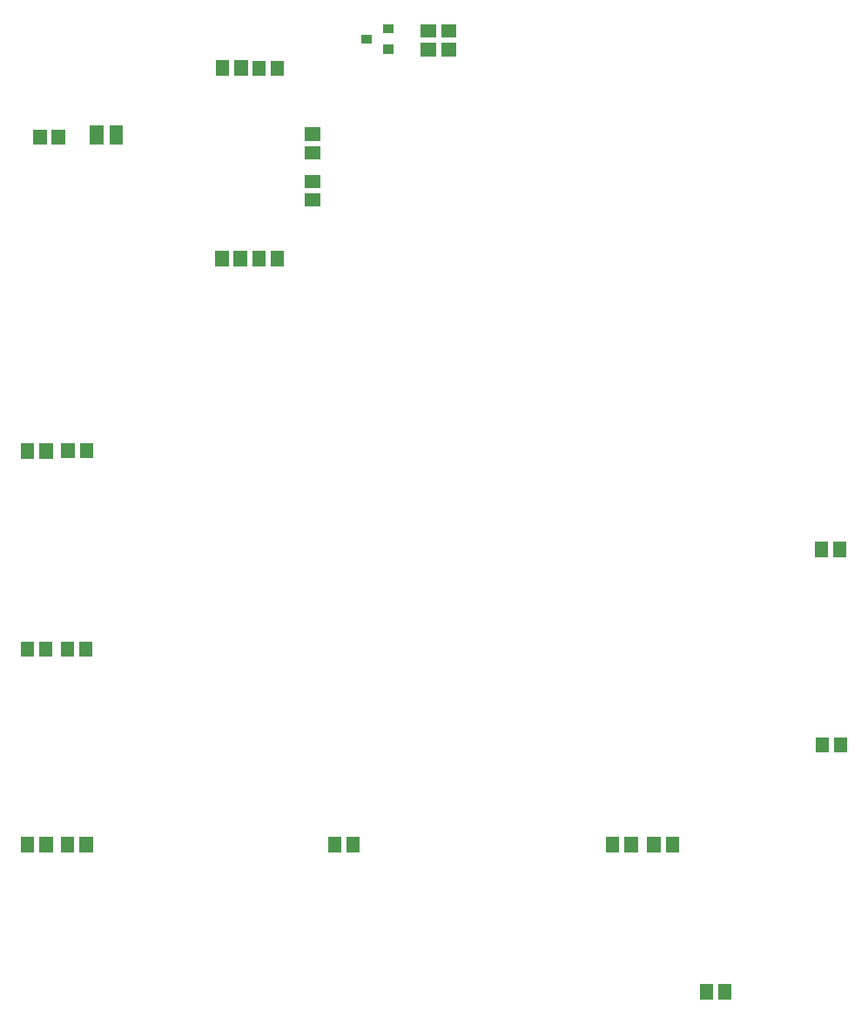
<source format=gbr>
G04 start of page 12 for group -4015 idx -4015 *
G04 Title: SFT-HW-0023, toppaste *
G04 Creator: pcb 20110918 *
G04 CreationDate: Fri 17 Apr 2015 10:20:39 PM GMT UTC *
G04 For: tgack *
G04 Format: Gerber/RS-274X *
G04 PCB-Dimensions: 380630 455118 *
G04 PCB-Coordinate-Origin: lower left *
%MOIN*%
%FSLAX25Y25*%
%LNTOPPASTE*%
%ADD111R,0.0340X0.0340*%
%ADD110R,0.0510X0.0510*%
%ADD109R,0.0512X0.0512*%
G54D109*X132284Y375590D02*Y374804D01*
X139370Y375590D02*Y374804D01*
X132284Y302755D02*Y301969D01*
X139370Y302755D02*Y301969D01*
X59134Y229291D02*Y228505D01*
X66220Y229291D02*Y228505D01*
X58977Y153228D02*Y152442D01*
X66063Y153228D02*Y152442D01*
X59055Y78346D02*Y77560D01*
X66141Y78346D02*Y77560D01*
X283465Y78346D02*Y77560D01*
X290551Y78346D02*Y77560D01*
G54D110*X70158Y350685D02*Y348685D01*
X77558Y350685D02*Y348685D01*
G54D109*X267717Y78346D02*Y77560D01*
X274803Y78346D02*Y77560D01*
X43701Y78346D02*Y77560D01*
X50787Y78346D02*Y77560D01*
X43622Y153228D02*Y152442D01*
X50708Y153228D02*Y152442D01*
X43701Y229133D02*Y228347D01*
X50787Y229133D02*Y228347D01*
X118111Y302755D02*Y301969D01*
X125197Y302755D02*Y301969D01*
X118347Y375668D02*Y374882D01*
X125433Y375668D02*Y374882D01*
X347638Y191338D02*Y190552D01*
X354724Y191338D02*Y190552D01*
X161260Y78424D02*Y77638D01*
X168346Y78424D02*Y77638D01*
X347953Y116613D02*Y115827D01*
X355039Y116613D02*Y115827D01*
X310630Y22046D02*Y21260D01*
X303544Y22046D02*Y21260D01*
X48426Y349212D02*Y348426D01*
X55512Y349212D02*Y348426D01*
X152363Y350000D02*X153149D01*
X152363Y342914D02*X153149D01*
X152363Y324803D02*X153149D01*
X152363Y331889D02*X153149D01*
X204631Y389425D02*X205417D01*
X204631Y382339D02*X205417D01*
X196757Y389504D02*X197543D01*
X196757Y382418D02*X197543D01*
G54D111*X181448Y382512D02*X182048D01*
X181448Y390312D02*X182048D01*
X173248Y386412D02*X173848D01*
M02*

</source>
